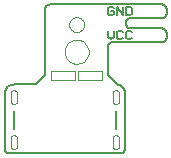
<source format=gto>
G75*
G70*
%OFA0B0*%
%FSLAX24Y24*%
%IPPOS*%
%LPD*%
%AMOC8*
5,1,8,0,0,1.08239X$1,22.5*
%
%ADD10C,0.0050*%
%ADD11C,0.0000*%
%ADD12C,0.0040*%
%ADD13C,0.0080*%
%ADD14C,0.0004*%
D10*
X007438Y001887D02*
X007438Y003737D01*
X007440Y003771D01*
X007446Y003804D01*
X007455Y003836D01*
X007468Y003867D01*
X007484Y003897D01*
X007503Y003924D01*
X007526Y003949D01*
X007551Y003972D01*
X007578Y003991D01*
X007608Y004007D01*
X007639Y004020D01*
X007671Y004029D01*
X007704Y004035D01*
X007738Y004037D01*
X008481Y004037D01*
X008781Y004337D01*
X008781Y006554D01*
X008783Y006577D01*
X008788Y006600D01*
X008797Y006622D01*
X008810Y006642D01*
X008825Y006660D01*
X008843Y006675D01*
X008863Y006688D01*
X008885Y006697D01*
X008908Y006702D01*
X008931Y006704D01*
X012681Y006704D01*
X012704Y006702D01*
X012727Y006697D01*
X012749Y006688D01*
X012769Y006675D01*
X012787Y006660D01*
X012802Y006642D01*
X012815Y006622D01*
X012824Y006600D01*
X012829Y006577D01*
X012831Y006554D01*
X012831Y006404D01*
X012829Y006381D01*
X012824Y006358D01*
X012815Y006336D01*
X012802Y006316D01*
X012787Y006298D01*
X012769Y006283D01*
X012749Y006270D01*
X012727Y006261D01*
X012704Y006256D01*
X012681Y006254D01*
X011631Y006254D01*
X011622Y006337D02*
X011669Y006384D01*
X011669Y006571D01*
X011622Y006617D01*
X011482Y006617D01*
X011482Y006337D01*
X011622Y006337D01*
X011631Y006254D02*
X011608Y006252D01*
X011585Y006247D01*
X011563Y006238D01*
X011543Y006225D01*
X011525Y006210D01*
X011510Y006192D01*
X011497Y006172D01*
X011488Y006150D01*
X011483Y006127D01*
X011481Y006104D01*
X011481Y006054D01*
X011483Y006031D01*
X011488Y006008D01*
X011497Y005986D01*
X011510Y005966D01*
X011525Y005948D01*
X011543Y005933D01*
X011563Y005920D01*
X011585Y005911D01*
X011608Y005906D01*
X011631Y005904D01*
X012681Y005904D01*
X012704Y005902D01*
X012727Y005897D01*
X012749Y005888D01*
X012769Y005875D01*
X012787Y005860D01*
X012802Y005842D01*
X012815Y005822D01*
X012824Y005800D01*
X012829Y005777D01*
X012831Y005754D01*
X012831Y005604D01*
X012829Y005581D01*
X012824Y005558D01*
X012815Y005536D01*
X012802Y005516D01*
X012787Y005498D01*
X012769Y005483D01*
X012749Y005470D01*
X012727Y005461D01*
X012704Y005456D01*
X012681Y005454D01*
X011031Y005454D01*
X010967Y005537D02*
X011061Y005630D01*
X011061Y005817D01*
X011178Y005771D02*
X011178Y005584D01*
X011225Y005537D01*
X011318Y005537D01*
X011365Y005584D01*
X011482Y005584D02*
X011528Y005537D01*
X011622Y005537D01*
X011669Y005584D01*
X011482Y005584D02*
X011482Y005771D01*
X011528Y005817D01*
X011622Y005817D01*
X011669Y005771D01*
X011365Y005771D02*
X011318Y005817D01*
X011225Y005817D01*
X011178Y005771D01*
X010874Y005817D02*
X010874Y005630D01*
X010967Y005537D01*
X011031Y005454D02*
X011008Y005452D01*
X010985Y005447D01*
X010963Y005438D01*
X010943Y005425D01*
X010925Y005410D01*
X010910Y005392D01*
X010897Y005372D01*
X010888Y005350D01*
X010883Y005327D01*
X010881Y005304D01*
X010881Y004337D01*
X011181Y004037D01*
X011182Y004037D02*
X011213Y004033D01*
X011243Y004025D01*
X011272Y004014D01*
X011300Y004000D01*
X011326Y003983D01*
X011351Y003963D01*
X011372Y003940D01*
X011391Y003915D01*
X011407Y003888D01*
X011420Y003860D01*
X011430Y003830D01*
X011436Y003800D01*
X011439Y003768D01*
X011438Y003737D01*
X011438Y001887D01*
X011436Y001864D01*
X011431Y001841D01*
X011422Y001819D01*
X011409Y001799D01*
X011394Y001781D01*
X011376Y001766D01*
X011356Y001753D01*
X011334Y001744D01*
X011311Y001739D01*
X011288Y001737D01*
X007588Y001737D01*
X007565Y001739D01*
X007542Y001744D01*
X007520Y001753D01*
X007500Y001766D01*
X007482Y001781D01*
X007467Y001799D01*
X007454Y001819D01*
X007445Y001841D01*
X007440Y001864D01*
X007438Y001887D01*
X010921Y006337D02*
X011014Y006337D01*
X011061Y006384D01*
X011061Y006477D01*
X010967Y006477D01*
X010874Y006384D02*
X010921Y006337D01*
X010874Y006384D02*
X010874Y006571D01*
X010921Y006617D01*
X011014Y006617D01*
X011061Y006571D01*
X011178Y006617D02*
X011365Y006337D01*
X011365Y006617D01*
X011178Y006617D02*
X011178Y006337D01*
D11*
X009581Y006031D02*
X009583Y006062D01*
X009589Y006093D01*
X009599Y006123D01*
X009612Y006151D01*
X009629Y006178D01*
X009649Y006202D01*
X009672Y006224D01*
X009697Y006242D01*
X009725Y006257D01*
X009754Y006269D01*
X009784Y006277D01*
X009815Y006281D01*
X009847Y006281D01*
X009878Y006277D01*
X009908Y006269D01*
X009937Y006257D01*
X009965Y006242D01*
X009990Y006224D01*
X010013Y006202D01*
X010033Y006178D01*
X010050Y006151D01*
X010063Y006123D01*
X010073Y006093D01*
X010079Y006062D01*
X010081Y006031D01*
X010079Y006000D01*
X010073Y005969D01*
X010063Y005939D01*
X010050Y005911D01*
X010033Y005884D01*
X010013Y005860D01*
X009990Y005838D01*
X009965Y005820D01*
X009937Y005805D01*
X009908Y005793D01*
X009878Y005785D01*
X009847Y005781D01*
X009815Y005781D01*
X009784Y005785D01*
X009754Y005793D01*
X009725Y005805D01*
X009697Y005820D01*
X009672Y005838D01*
X009649Y005860D01*
X009629Y005884D01*
X009612Y005911D01*
X009599Y005939D01*
X009589Y005969D01*
X009583Y006000D01*
X009581Y006031D01*
X009431Y005127D02*
X009433Y005167D01*
X009439Y005206D01*
X009449Y005245D01*
X009462Y005282D01*
X009480Y005318D01*
X009501Y005352D01*
X009525Y005384D01*
X009552Y005413D01*
X009582Y005440D01*
X009614Y005463D01*
X009649Y005483D01*
X009685Y005499D01*
X009723Y005512D01*
X009762Y005521D01*
X009801Y005526D01*
X009841Y005527D01*
X009881Y005524D01*
X009920Y005517D01*
X009958Y005506D01*
X009996Y005492D01*
X010031Y005473D01*
X010064Y005452D01*
X010096Y005427D01*
X010124Y005399D01*
X010150Y005369D01*
X010172Y005336D01*
X010191Y005301D01*
X010207Y005264D01*
X010219Y005226D01*
X010227Y005187D01*
X010231Y005147D01*
X010231Y005107D01*
X010227Y005067D01*
X010219Y005028D01*
X010207Y004990D01*
X010191Y004953D01*
X010172Y004918D01*
X010150Y004885D01*
X010124Y004855D01*
X010096Y004827D01*
X010064Y004802D01*
X010031Y004781D01*
X009996Y004762D01*
X009958Y004748D01*
X009920Y004737D01*
X009881Y004730D01*
X009841Y004727D01*
X009801Y004728D01*
X009762Y004733D01*
X009723Y004742D01*
X009685Y004755D01*
X009649Y004771D01*
X009614Y004791D01*
X009582Y004814D01*
X009552Y004841D01*
X009525Y004870D01*
X009501Y004902D01*
X009480Y004936D01*
X009462Y004972D01*
X009449Y005009D01*
X009439Y005048D01*
X009433Y005087D01*
X009431Y005127D01*
D12*
X009776Y004496D02*
X008987Y004496D01*
X008987Y004178D01*
X009776Y004178D01*
X009776Y004496D01*
X009887Y004496D02*
X009887Y004179D01*
X010676Y004179D01*
X010676Y004496D01*
X009887Y004496D01*
D13*
X011139Y003141D02*
X011139Y002544D01*
X007737Y002544D02*
X007737Y003141D01*
D14*
X007629Y003489D02*
X007631Y003469D01*
X007636Y003450D01*
X007645Y003432D01*
X007657Y003416D01*
X007672Y003403D01*
X007689Y003392D01*
X007707Y003385D01*
X007727Y003381D01*
X007747Y003381D01*
X007767Y003385D01*
X007785Y003392D01*
X007802Y003403D01*
X007817Y003416D01*
X007829Y003432D01*
X007838Y003450D01*
X007843Y003469D01*
X007845Y003489D01*
X007845Y003733D01*
X007843Y003753D01*
X007838Y003772D01*
X007829Y003790D01*
X007817Y003806D01*
X007802Y003819D01*
X007785Y003830D01*
X007767Y003837D01*
X007747Y003841D01*
X007727Y003841D01*
X007707Y003837D01*
X007689Y003830D01*
X007672Y003819D01*
X007657Y003806D01*
X007645Y003790D01*
X007636Y003772D01*
X007631Y003753D01*
X007629Y003733D01*
X007629Y003489D01*
X007629Y002237D02*
X007629Y001993D01*
X007631Y001973D01*
X007636Y001954D01*
X007645Y001936D01*
X007657Y001920D01*
X007672Y001907D01*
X007689Y001896D01*
X007707Y001889D01*
X007727Y001885D01*
X007747Y001885D01*
X007767Y001889D01*
X007785Y001896D01*
X007802Y001907D01*
X007817Y001920D01*
X007829Y001936D01*
X007838Y001954D01*
X007843Y001973D01*
X007845Y001993D01*
X007845Y002237D01*
X007843Y002257D01*
X007838Y002276D01*
X007829Y002294D01*
X007817Y002310D01*
X007802Y002323D01*
X007785Y002334D01*
X007767Y002341D01*
X007747Y002345D01*
X007727Y002345D01*
X007707Y002341D01*
X007689Y002334D01*
X007672Y002323D01*
X007657Y002310D01*
X007645Y002294D01*
X007636Y002276D01*
X007631Y002257D01*
X007629Y002237D01*
X011030Y002237D02*
X011030Y001993D01*
X011031Y001993D02*
X011033Y001973D01*
X011038Y001954D01*
X011047Y001936D01*
X011059Y001920D01*
X011074Y001907D01*
X011091Y001896D01*
X011109Y001889D01*
X011129Y001885D01*
X011149Y001885D01*
X011169Y001889D01*
X011187Y001896D01*
X011204Y001907D01*
X011219Y001920D01*
X011231Y001936D01*
X011240Y001954D01*
X011245Y001973D01*
X011247Y001993D01*
X011247Y002237D01*
X011245Y002257D01*
X011240Y002276D01*
X011231Y002294D01*
X011219Y002310D01*
X011204Y002323D01*
X011187Y002334D01*
X011169Y002341D01*
X011149Y002345D01*
X011129Y002345D01*
X011109Y002341D01*
X011091Y002334D01*
X011074Y002323D01*
X011059Y002310D01*
X011047Y002294D01*
X011038Y002276D01*
X011033Y002257D01*
X011031Y002237D01*
X011030Y003489D02*
X011030Y003733D01*
X011031Y003733D02*
X011033Y003753D01*
X011038Y003772D01*
X011047Y003790D01*
X011059Y003806D01*
X011074Y003819D01*
X011091Y003830D01*
X011109Y003837D01*
X011129Y003841D01*
X011149Y003841D01*
X011169Y003837D01*
X011187Y003830D01*
X011204Y003819D01*
X011219Y003806D01*
X011231Y003790D01*
X011240Y003772D01*
X011245Y003753D01*
X011247Y003733D01*
X011247Y003489D01*
X011245Y003469D01*
X011240Y003450D01*
X011231Y003432D01*
X011219Y003416D01*
X011204Y003403D01*
X011187Y003392D01*
X011169Y003385D01*
X011149Y003381D01*
X011129Y003381D01*
X011109Y003385D01*
X011091Y003392D01*
X011074Y003403D01*
X011059Y003416D01*
X011047Y003432D01*
X011038Y003450D01*
X011033Y003469D01*
X011031Y003489D01*
M02*

</source>
